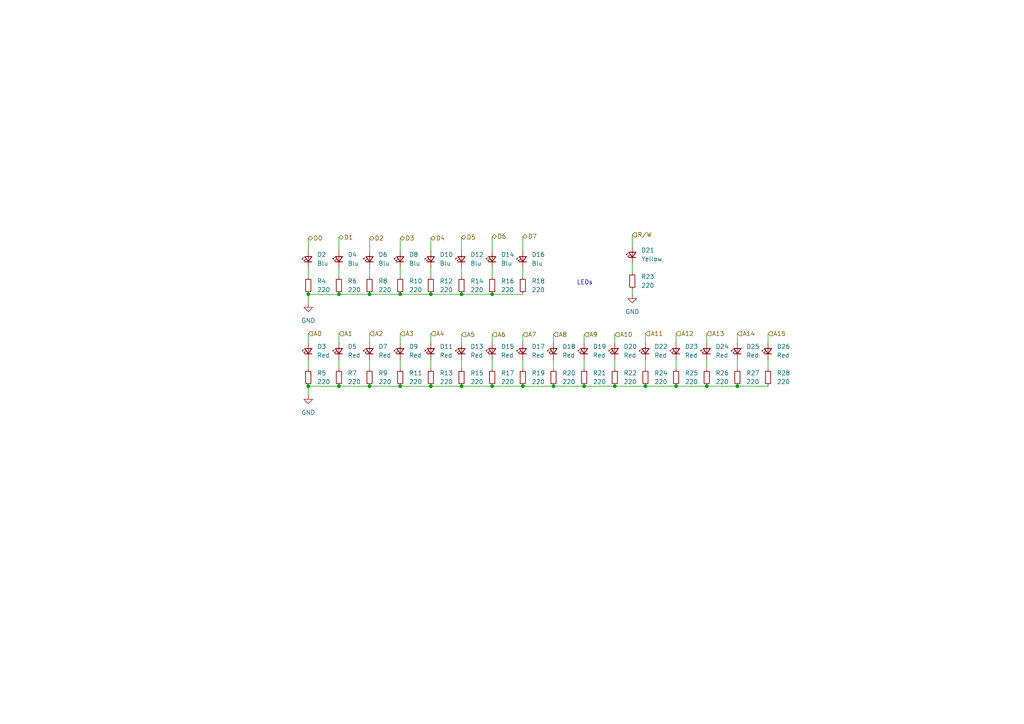
<source format=kicad_sch>
(kicad_sch (version 20211123) (generator eeschema)
  (paper "A4")
  (title_block (date "2023-06-29") (rev "2"))
  (lib_symbols
    (symbol "Device:LED_Small" (pin_numbers hide) (pin_names (offset 0.254) hide)
      (property "Reference" "D" (at -1.27 3.175 0))
      (property "Value" "LED_Small" (at -4.445 -2.54 0))
      (symbol "LED_Small_0_1"
        (polyline (pts (xy -0.762 -1.016) (xy -0.762 1.016)) (stroke (width 0.254)))
        (polyline (pts (xy 1.016 0) (xy -0.762 0)))
        (polyline (pts (xy 0.762 -1.016) (xy -0.762 0) (xy 0.762 1.016) (xy 0.762 -1.016)) (stroke (width 0.254)))
        (polyline (pts (xy 0 0.762) (xy -0.508 1.27) (xy -0.254 1.27) (xy -0.508 1.27) (xy -0.508 1.016)))
        (polyline (pts (xy 0.508 1.27) (xy 0 1.778) (xy 0.254 1.778) (xy 0 1.778) (xy 0 1.524)))
      )
      (symbol "LED_Small_1_1"
        (pin passive line (at -2.54 0 0) (length 1.778) (name "K") (number "1"))
        (pin passive line (at 2.54 0 180) (length 1.778) (name "A") (number "2"))
      )
    )
    (symbol "Device:R_Small" (pin_numbers hide) (pin_names (offset 0.254) hide)
      (property "Reference" "R" (at 0.762 0.508 0))
      (property "Value" "R_Small" (at 0.762 -1.016 0))
      (symbol "R_Small_0_1"
        (rectangle (start -0.762 1.778) (end 0.762 -1.778) (stroke (width 0.2032)))
      )
      (symbol "R_Small_1_1"
        (pin passive line (at 0 2.54 270) (length 0.762) (name "~") (number "1"))
        (pin passive line (at 0 -2.54 90) (length 0.762) (name "~") (number "2"))
      )
    )
    (symbol "power:GND" (power) (pin_names (offset 0))
      (property "Value" "GND" (at 0 -3.81 0))
      (symbol "GND_0_1"
        (polyline (pts (xy 0 0) (xy 0 -1.27) (xy 1.27 -1.27) (xy 0 -2.54) (xy -1.27 -1.27) (xy 0 -1.27)))
      )
      (symbol "GND_1_1"
        (pin power_in line (at 0 0 270) (length 0) hide (name "GND") (number "1"))
      )
    )
  )
  (junction (at 204.978 112.014))
  (junction (at 107.188 112.014))
  (junction (at 142.748 85.344))
  (junction (at 133.858 112.014))
  (junction (at 133.858 85.344))
  (junction (at 196.088 112.014))
  (junction (at 98.298 112.014))
  (junction (at 178.308 112.014))
  (junction (at 89.408 112.014))
  (junction (at 160.528 112.014))
  (junction (at 107.188 85.344))
  (junction (at 187.198 112.014))
  (junction (at 213.868 112.014))
  (junction (at 116.078 112.014))
  (junction (at 98.298 85.344))
  (junction (at 142.748 112.014))
  (junction (at 116.078 85.344))
  (junction (at 169.418 112.014))
  (junction (at 124.968 112.014))
  (junction (at 89.408 85.344))
  (junction (at 124.968 85.344))
  (junction (at 151.638 112.014))
  (wire (pts (xy 178.308 104.394) (xy 178.308 106.934)))
  (wire (pts (xy 107.188 85.344) (xy 98.298 85.344)))
  (wire (pts (xy 196.088 112.014) (xy 187.198 112.014)))
  (wire (pts (xy 124.968 77.724) (xy 124.968 80.264)))
  (wire (pts (xy 222.758 104.394) (xy 222.758 106.934)))
  (wire (pts (xy 183.388 76.454) (xy 183.388 78.994)))
  (wire (pts (xy 142.748 77.724) (xy 142.748 80.264)))
  (wire (pts (xy 187.198 112.014) (xy 178.308 112.014)))
  (wire (pts (xy 151.638 112.014) (xy 142.748 112.014)))
  (wire (pts (xy 160.528 112.014) (xy 151.638 112.014)))
  (wire (pts (xy 124.968 96.774) (xy 124.968 99.314)))
  (wire (pts (xy 116.078 96.774) (xy 116.078 99.314)))
  (wire (pts (xy 142.748 68.58) (xy 142.748 72.644)))
  (wire (pts (xy 89.408 104.394) (xy 89.408 106.934)))
  (wire (pts (xy 116.078 69.088) (xy 116.078 72.644)))
  (wire (pts (xy 107.188 69.088) (xy 107.188 72.644)))
  (wire (pts (xy 204.978 96.774) (xy 204.978 99.314)))
  (wire (pts (xy 222.758 96.774) (xy 222.758 99.314)))
  (wire (pts (xy 124.968 69.088) (xy 124.968 72.644)))
  (wire (pts (xy 116.078 85.344) (xy 107.188 85.344)))
  (wire (pts (xy 116.078 77.724) (xy 116.078 80.264)))
  (wire (pts (xy 124.968 104.394) (xy 124.968 106.934)))
  (wire (pts (xy 133.858 68.834) (xy 133.858 72.644)))
  (wire (pts (xy 178.308 97.028) (xy 178.308 99.314)))
  (wire (pts (xy 107.188 104.394) (xy 107.188 106.934)))
  (wire (pts (xy 160.528 104.394) (xy 160.528 106.934)))
  (wire (pts (xy 133.858 77.724) (xy 133.858 80.264)))
  (wire (pts (xy 187.198 96.774) (xy 187.198 99.314)))
  (wire (pts (xy 196.088 104.394) (xy 196.088 106.934)))
  (wire (pts (xy 124.968 85.344) (xy 116.078 85.344)))
  (wire (pts (xy 89.408 69.088) (xy 89.408 72.644)))
  (wire (pts (xy 187.198 104.394) (xy 187.198 106.934)))
  (wire (pts (xy 107.188 77.724) (xy 107.188 80.264)))
  (wire (pts (xy 142.748 97.028) (xy 142.748 99.314)))
  (wire (pts (xy 213.868 112.014) (xy 204.978 112.014)))
  (wire (pts (xy 183.388 84.074) (xy 183.388 85.344)))
  (wire (pts (xy 213.868 104.394) (xy 213.868 106.934)))
  (wire (pts (xy 178.308 112.014) (xy 169.418 112.014)))
  (wire (pts (xy 169.418 104.394) (xy 169.418 106.934)))
  (wire (pts (xy 116.078 104.394) (xy 116.078 106.934)))
  (wire (pts (xy 98.298 68.834) (xy 98.298 72.644)))
  (wire (pts (xy 196.088 96.774) (xy 196.088 99.314)))
  (wire (pts (xy 107.188 96.774) (xy 107.188 99.314)))
  (wire (pts (xy 133.858 104.394) (xy 133.858 106.934)))
  (wire (pts (xy 142.748 112.014) (xy 133.858 112.014)))
  (wire (pts (xy 89.408 96.774) (xy 89.408 99.314)))
  (wire (pts (xy 151.638 104.394) (xy 151.638 106.934)))
  (wire (pts (xy 98.298 104.394) (xy 98.298 106.934)))
  (wire (pts (xy 151.638 85.344) (xy 142.748 85.344)))
  (wire (pts (xy 142.748 85.344) (xy 133.858 85.344)))
  (wire (pts (xy 222.758 112.014) (xy 213.868 112.014)))
  (wire (pts (xy 98.298 85.344) (xy 89.408 85.344)))
  (wire (pts (xy 204.978 104.394) (xy 204.978 106.934)))
  (wire (pts (xy 98.298 77.724) (xy 98.298 80.264)))
  (wire (pts (xy 213.868 96.774) (xy 213.868 99.314)))
  (wire (pts (xy 204.978 112.014) (xy 196.088 112.014)))
  (wire (pts (xy 151.638 68.58) (xy 151.638 72.644)))
  (wire (pts (xy 160.528 97.028) (xy 160.528 99.314)))
  (wire (pts (xy 142.748 104.394) (xy 142.748 106.934)))
  (wire (pts (xy 133.858 85.344) (xy 124.968 85.344)))
  (wire (pts (xy 169.418 112.014) (xy 160.528 112.014)))
  (wire (pts (xy 151.638 77.724) (xy 151.638 80.264)))
  (wire (pts (xy 183.388 68.072) (xy 183.388 71.374)))
  (wire (pts (xy 151.638 97.028) (xy 151.638 99.314)))
  (wire (pts (xy 98.298 112.014) (xy 89.408 112.014)))
  (wire (pts (xy 133.858 112.014) (xy 124.968 112.014)))
  (wire (pts (xy 89.408 112.014) (xy 89.408 114.554)))
  (wire (pts (xy 98.298 96.774) (xy 98.298 99.314)))
  (wire (pts (xy 133.858 97.028) (xy 133.858 99.314)))
  (wire (pts (xy 116.078 112.014) (xy 107.188 112.014)))
  (wire (pts (xy 124.968 112.014) (xy 116.078 112.014)))
  (wire (pts (xy 107.188 112.014) (xy 98.298 112.014)))
  (wire (pts (xy 89.408 85.344) (xy 89.408 87.884)))
  (wire (pts (xy 89.408 77.724) (xy 89.408 80.264)))
  (wire (pts (xy 169.418 97.028) (xy 169.418 99.314)))
  (text "LEDs" (at 171.958 82.804 180) (effects (font (size 1.27 1.27)) (justify right bottom)))
  (hierarchical_label "A3" (shape input) (at 116.078 96.774 0))
  (hierarchical_label "A9" (shape input) (at 169.418 97.028 0))
  (hierarchical_label "A2" (shape input) (at 107.188 96.774 0))
  (hierarchical_label "D2" (shape bidirectional) (at 107.188 69.088 0))
  (hierarchical_label "A10" (shape input) (at 178.308 97.028 0))
  (hierarchical_label "A13" (shape input) (at 204.978 96.774 0))
  (hierarchical_label "A7" (shape input) (at 151.638 97.028 0))
  (hierarchical_label "D4" (shape bidirectional) (at 124.968 69.088 0))
  (hierarchical_label "R{slash}W" (shape input) (at 183.388 68.072 0))
  (hierarchical_label "A1" (shape input) (at 98.298 96.774 0))
  (hierarchical_label "D1" (shape bidirectional) (at 98.298 68.834 0))
  (hierarchical_label "D6" (shape bidirectional) (at 142.748 68.58 0))
  (hierarchical_label "D5" (shape bidirectional) (at 133.858 68.834 0))
  (hierarchical_label "A0" (shape input) (at 89.408 96.774 0))
  (hierarchical_label "A15" (shape input) (at 222.758 96.774 0))
  (hierarchical_label "A4" (shape input) (at 124.968 96.774 0))
  (hierarchical_label "D7" (shape bidirectional) (at 151.638 68.58 0))
  (hierarchical_label "A14" (shape input) (at 213.868 96.774 0))
  (hierarchical_label "A8" (shape input) (at 160.528 97.028 0))
  (hierarchical_label "A5" (shape input) (at 133.858 97.028 0))
  (hierarchical_label "D0" (shape bidirectional) (at 89.408 69.088 0))
  (hierarchical_label "A12" (shape input) (at 196.088 96.774 0))
  (hierarchical_label "D3" (shape bidirectional) (at 116.078 69.088 0))
  (hierarchical_label "A6" (shape input) (at 142.748 97.028 0))
  (hierarchical_label "A11" (shape input) (at 187.198 96.774 0))
  (symbol (lib_id "Device:R_Small") (at 89.408 109.474 0) (unit 1)
    (property "Reference" "R5" (at 91.948 108.2039 0) (effects (justify left)))
    (property "Value" "220" (at 91.948 110.7439 0) (effects (justify left)))
    (property "Footprint" "Resistor_SMD:R_0805_2012Metric" (effects hide))
  )
  (symbol (lib_id "Device:R_Small") (at 89.408 82.804 0) (unit 1)
    (property "Reference" "R4" (at 91.948 81.5339 0) (effects (justify left)))
    (property "Value" "220" (at 91.948 84.0739 0) (effects (justify left)))
    (property "Footprint" "Resistor_SMD:R_0805_2012Metric" (effects hide))
  )
  (symbol (lib_id "Device:R_Small") (at 98.298 82.804 0) (unit 1)
    (property "Reference" "R6" (at 100.838 81.5339 0) (effects (justify left)))
    (property "Value" "220" (at 100.838 84.0739 0) (effects (justify left)))
    (property "Footprint" "Resistor_SMD:R_0805_2012Metric" (effects hide))
  )
  (symbol (lib_id "Device:R_Small") (at 98.298 109.474 0) (unit 1)
    (property "Reference" "R7" (at 100.838 108.2039 0) (effects (justify left)))
    (property "Value" "220" (at 100.838 110.7439 0) (effects (justify left)))
    (property "Footprint" "Resistor_SMD:R_0805_2012Metric" (effects hide))
  )
  (symbol (lib_id "Device:LED_Small") (at 116.078 101.854 90) (unit 1)
    (property "Reference" "D9" (at 118.618 100.5204 90) (effects (justify right)))
    (property "Value" "Red" (at 118.618 103.0604 90) (effects (justify right)))
    (property "Footprint" "Resistor_SMD:R_0805_2012Metric" (effects hide))
  )
  (symbol (lib_id "Device:R_Small") (at 178.308 109.474 0) (unit 1)
    (property "Reference" "R22" (at 180.848 108.2039 0) (effects (justify left)))
    (property "Value" "220" (at 180.848 110.7439 0) (effects (justify left)))
    (property "Footprint" "Resistor_SMD:R_0805_2012Metric" (effects hide))
  )
  (symbol (lib_id "power:GND") (at 183.388 85.344 0) (unit 1)
    (property "Reference" "#PWR024" (effects hide))
    (property "Value" "GND" (at 183.388 90.424 0))
  )
  (symbol (lib_id "Device:LED_Small") (at 169.418 101.854 90) (unit 1)
    (property "Reference" "D19" (at 171.958 100.5204 90) (effects (justify right)))
    (property "Value" "Red" (at 171.958 103.0604 90) (effects (justify right)))
    (property "Footprint" "Resistor_SMD:R_0805_2012Metric" (effects hide))
  )
  (symbol (lib_id "Device:R_Small") (at 187.198 109.474 0) (unit 1)
    (property "Reference" "R24" (at 189.738 108.2039 0) (effects (justify left)))
    (property "Value" "220" (at 189.738 110.7439 0) (effects (justify left)))
    (property "Footprint" "Resistor_SMD:R_0805_2012Metric" (effects hide))
  )
  (symbol (lib_id "Device:R_Small") (at 107.188 109.474 0) (unit 1)
    (property "Reference" "R9" (at 109.728 108.2039 0) (effects (justify left)))
    (property "Value" "220" (at 109.728 110.7439 0) (effects (justify left)))
    (property "Footprint" "Resistor_SMD:R_0805_2012Metric" (effects hide))
  )
  (symbol (lib_id "power:GND") (at 89.408 87.884 0) (unit 1)
    (property "Reference" "#PWR022" (effects hide))
    (property "Value" "GND" (at 89.408 92.964 0))
  )
  (symbol (lib_id "Device:R_Small") (at 116.078 82.804 0) (unit 1)
    (property "Reference" "R10" (at 118.618 81.5339 0) (effects (justify left)))
    (property "Value" "220" (at 118.618 84.0739 0) (effects (justify left)))
    (property "Footprint" "Resistor_SMD:R_0805_2012Metric" (effects hide))
  )
  (symbol (lib_id "Device:LED_Small") (at 222.758 101.854 90) (unit 1)
    (property "Reference" "D26" (at 225.298 100.5204 90) (effects (justify right)))
    (property "Value" "Red" (at 225.298 103.0604 90) (effects (justify right)))
    (property "Footprint" "Resistor_SMD:R_0805_2012Metric" (effects hide))
  )
  (symbol (lib_id "Device:LED_Small") (at 178.308 101.854 90) (unit 1)
    (property "Reference" "D20" (at 180.848 100.5204 90) (effects (justify right)))
    (property "Value" "Red" (at 180.848 103.0604 90) (effects (justify right)))
    (property "Footprint" "Resistor_SMD:R_0805_2012Metric" (effects hide))
  )
  (symbol (lib_id "Device:LED_Small") (at 151.638 101.854 90) (unit 1)
    (property "Reference" "D17" (at 154.178 100.5204 90) (effects (justify right)))
    (property "Value" "Red" (at 154.178 103.0604 90) (effects (justify right)))
    (property "Footprint" "Resistor_SMD:R_0805_2012Metric" (effects hide))
  )
  (symbol (lib_id "Device:R_Small") (at 183.388 81.534 0) (unit 1)
    (property "Reference" "R23" (at 185.928 80.2639 0) (effects (justify left)))
    (property "Value" "220" (at 185.928 82.8039 0) (effects (justify left)))
    (property "Footprint" "Resistor_SMD:R_0805_2012Metric" (effects hide))
  )
  (symbol (lib_id "Device:LED_Small") (at 160.528 101.854 90) (unit 1)
    (property "Reference" "D18" (at 163.068 100.5204 90) (effects (justify right)))
    (property "Value" "Red" (at 163.068 103.0604 90) (effects (justify right)))
    (property "Footprint" "Resistor_SMD:R_0805_2012Metric" (effects hide))
  )
  (symbol (lib_id "Device:R_Small") (at 160.528 109.474 0) (unit 1)
    (property "Reference" "R20" (at 163.068 108.2039 0) (effects (justify left)))
    (property "Value" "220" (at 163.068 110.7439 0) (effects (justify left)))
    (property "Footprint" "Resistor_SMD:R_0805_2012Metric" (effects hide))
  )
  (symbol (lib_id "Device:LED_Small") (at 107.188 75.184 90) (unit 1)
    (property "Reference" "D6" (at 109.728 73.8504 90) (effects (justify right)))
    (property "Value" "Blu" (at 109.728 76.3904 90) (effects (justify right)))
    (property "Footprint" "Resistor_SMD:R_0805_2012Metric" (effects hide))
  )
  (symbol (lib_id "Device:R_Small") (at 196.088 109.474 0) (unit 1)
    (property "Reference" "R25" (at 198.628 108.2039 0) (effects (justify left)))
    (property "Value" "220" (at 198.628 110.7439 0) (effects (justify left)))
    (property "Footprint" "Resistor_SMD:R_0805_2012Metric" (effects hide))
  )
  (symbol (lib_id "Device:R_Small") (at 151.638 82.804 0) (unit 1)
    (property "Reference" "R18" (at 154.178 81.5339 0) (effects (justify left)))
    (property "Value" "220" (at 154.178 84.0739 0) (effects (justify left)))
    (property "Footprint" "Resistor_SMD:R_0805_2012Metric" (effects hide))
  )
  (symbol (lib_id "Device:R_Small") (at 133.858 109.474 0) (unit 1)
    (property "Reference" "R15" (at 136.398 108.2039 0) (effects (justify left)))
    (property "Value" "220" (at 136.398 110.7439 0) (effects (justify left)))
    (property "Footprint" "Resistor_SMD:R_0805_2012Metric" (effects hide))
  )
  (symbol (lib_id "power:GND") (at 89.408 114.554 0) (unit 1)
    (property "Reference" "#PWR023" (effects hide))
    (property "Value" "GND" (at 89.408 119.634 0))
  )
  (symbol (lib_id "Device:R_Small") (at 169.418 109.474 0) (unit 1)
    (property "Reference" "R21" (at 171.958 108.2039 0) (effects (justify left)))
    (property "Value" "220" (at 171.958 110.7439 0) (effects (justify left)))
    (property "Footprint" "Resistor_SMD:R_0805_2012Metric" (effects hide))
  )
  (symbol (lib_id "Device:LED_Small") (at 196.088 101.854 90) (unit 1)
    (property "Reference" "D23" (at 198.628 100.5204 90) (effects (justify right)))
    (property "Value" "Red" (at 198.628 103.0604 90) (effects (justify right)))
    (property "Footprint" "Resistor_SMD:R_0805_2012Metric" (effects hide))
  )
  (symbol (lib_id "Device:R_Small") (at 204.978 109.474 0) (unit 1)
    (property "Reference" "R26" (at 207.518 108.2039 0) (effects (justify left)))
    (property "Value" "220" (at 207.518 110.7439 0) (effects (justify left)))
    (property "Footprint" "Resistor_SMD:R_0805_2012Metric" (effects hide))
  )
  (symbol (lib_id "Device:R_Small") (at 116.078 109.474 0) (unit 1)
    (property "Reference" "R11" (at 118.618 108.2039 0) (effects (justify left)))
    (property "Value" "220" (at 118.618 110.7439 0) (effects (justify left)))
    (property "Footprint" "Resistor_SMD:R_0805_2012Metric" (effects hide))
  )
  (symbol (lib_id "Device:LED_Small") (at 133.858 101.854 90) (unit 1)
    (property "Reference" "D13" (at 136.398 100.5204 90) (effects (justify right)))
    (property "Value" "Red" (at 136.398 103.0604 90) (effects (justify right)))
    (property "Footprint" "Resistor_SMD:R_0805_2012Metric" (effects hide))
  )
  (symbol (lib_id "Device:LED_Small") (at 107.188 101.854 90) (unit 1)
    (property "Reference" "D7" (at 109.728 100.5204 90) (effects (justify right)))
    (property "Value" "Red" (at 109.728 103.0604 90) (effects (justify right)))
    (property "Footprint" "Resistor_SMD:R_0805_2012Metric" (effects hide))
  )
  (symbol (lib_id "Device:LED_Small") (at 133.858 75.184 90) (unit 1)
    (property "Reference" "D12" (at 136.398 73.8504 90) (effects (justify right)))
    (property "Value" "Blu" (at 136.398 76.3904 90) (effects (justify right)))
    (property "Footprint" "Resistor_SMD:R_0805_2012Metric" (effects hide))
  )
  (symbol (lib_id "Device:R_Small") (at 222.758 109.474 0) (unit 1)
    (property "Reference" "R28" (at 225.298 108.2039 0) (effects (justify left)))
    (property "Value" "220" (at 225.298 110.7439 0) (effects (justify left)))
    (property "Footprint" "Resistor_SMD:R_0805_2012Metric" (effects hide))
  )
  (symbol (lib_id "Device:R_Small") (at 151.638 109.474 0) (unit 1)
    (property "Reference" "R19" (at 154.178 108.2039 0) (effects (justify left)))
    (property "Value" "220" (at 154.178 110.7439 0) (effects (justify left)))
    (property "Footprint" "Resistor_SMD:R_0805_2012Metric" (effects hide))
  )
  (symbol (lib_id "Device:LED_Small") (at 89.408 75.184 90) (unit 1)
    (property "Reference" "D2" (at 91.948 73.8504 90) (effects (justify right)))
    (property "Value" "Blu" (at 91.948 76.3904 90) (effects (justify right)))
    (property "Footprint" "Resistor_SMD:R_0805_2012Metric" (effects hide))
  )
  (symbol (lib_id "Device:LED_Small") (at 124.968 101.854 90) (unit 1)
    (property "Reference" "D11" (at 127.508 100.5204 90) (effects (justify right)))
    (property "Value" "Red" (at 127.508 103.0604 90) (effects (justify right)))
    (property "Footprint" "Resistor_SMD:R_0805_2012Metric" (effects hide))
  )
  (symbol (lib_id "Device:R_Small") (at 124.968 109.474 0) (unit 1)
    (property "Reference" "R13" (at 127.508 108.2039 0) (effects (justify left)))
    (property "Value" "220" (at 127.508 110.7439 0) (effects (justify left)))
    (property "Footprint" "Resistor_SMD:R_0805_2012Metric" (effects hide))
  )
  (symbol (lib_id "Device:R_Small") (at 142.748 109.474 0) (unit 1)
    (property "Reference" "R17" (at 145.288 108.2039 0) (effects (justify left)))
    (property "Value" "220" (at 145.288 110.7439 0) (effects (justify left)))
    (property "Footprint" "Resistor_SMD:R_0805_2012Metric" (effects hide))
  )
  (symbol (lib_id "Device:R_Small") (at 213.868 109.474 0) (unit 1)
    (property "Reference" "R27" (at 216.408 108.2039 0) (effects (justify left)))
    (property "Value" "220" (at 216.408 110.7439 0) (effects (justify left)))
    (property "Footprint" "Resistor_SMD:R_0805_2012Metric" (effects hide))
  )
  (symbol (lib_id "Device:LED_Small") (at 142.748 75.184 90) (unit 1)
    (property "Reference" "D14" (at 145.288 73.8504 90) (effects (justify right)))
    (property "Value" "Blu" (at 145.288 76.3904 90) (effects (justify right)))
    (property "Footprint" "Resistor_SMD:R_0805_2012Metric" (effects hide))
  )
  (symbol (lib_id "Device:R_Small") (at 142.748 82.804 0) (unit 1)
    (property "Reference" "R16" (at 145.288 81.5339 0) (effects (justify left)))
    (property "Value" "220" (at 145.288 84.0739 0) (effects (justify left)))
    (property "Footprint" "Resistor_SMD:R_0805_2012Metric" (effects hide))
  )
  (symbol (lib_id "Device:LED_Small") (at 98.298 75.184 90) (unit 1)
    (property "Reference" "D4" (at 100.838 73.8504 90) (effects (justify right)))
    (property "Value" "Blu" (at 100.838 76.3904 90) (effects (justify right)))
    (property "Footprint" "Resistor_SMD:R_0805_2012Metric" (effects hide))
  )
  (symbol (lib_id "Device:LED_Small") (at 98.298 101.854 90) (unit 1)
    (property "Reference" "D5" (at 100.838 100.5204 90) (effects (justify right)))
    (property "Value" "Red" (at 100.838 103.0604 90) (effects (justify right)))
    (property "Footprint" "Resistor_SMD:R_0805_2012Metric" (effects hide))
  )
  (symbol (lib_id "Device:LED_Small") (at 116.078 75.184 90) (unit 1)
    (property "Reference" "D8" (at 118.618 73.8504 90) (effects (justify right)))
    (property "Value" "Blu" (at 118.618 76.3904 90) (effects (justify right)))
    (property "Footprint" "Resistor_SMD:R_0805_2012Metric" (effects hide))
  )
  (symbol (lib_id "Device:LED_Small") (at 151.638 75.184 90) (unit 1)
    (property "Reference" "D16" (at 154.178 73.8504 90) (effects (justify right)))
    (property "Value" "Blu" (at 154.178 76.3904 90) (effects (justify right)))
    (property "Footprint" "Resistor_SMD:R_0805_2012Metric" (effects hide))
  )
  (symbol (lib_id "Device:LED_Small") (at 213.868 101.854 90) (unit 1)
    (property "Reference" "D25" (at 216.408 100.5204 90) (effects (justify right)))
    (property "Value" "Red" (at 216.408 103.0604 90) (effects (justify right)))
    (property "Footprint" "Resistor_SMD:R_0805_2012Metric" (effects hide))
  )
  (symbol (lib_id "Device:LED_Small") (at 187.198 101.854 90) (unit 1)
    (property "Reference" "D22" (at 189.738 100.5204 90) (effects (justify right)))
    (property "Value" "Red" (at 189.738 103.0604 90) (effects (justify right)))
    (property "Footprint" "Resistor_SMD:R_0805_2012Metric" (effects hide))
  )
  (symbol (lib_id "Device:R_Small") (at 124.968 82.804 0) (unit 1)
    (property "Reference" "R12" (at 127.508 81.5339 0) (effects (justify left)))
    (property "Value" "220" (at 127.508 84.0739 0) (effects (justify left)))
    (property "Footprint" "Resistor_SMD:R_0805_2012Metric" (effects hide))
  )
  (symbol (lib_id "Device:LED_Small") (at 142.748 101.854 90) (unit 1)
    (property "Reference" "D15" (at 145.288 100.5204 90) (effects (justify right)))
    (property "Value" "Red" (at 145.288 103.0604 90) (effects (justify right)))
    (property "Footprint" "Resistor_SMD:R_0805_2012Metric" (effects hide))
  )
  (symbol (lib_id "Device:R_Small") (at 133.858 82.804 0) (unit 1)
    (property "Reference" "R14" (at 136.398 81.5339 0) (effects (justify left)))
    (property "Value" "220" (at 136.398 84.0739 0) (effects (justify left)))
    (property "Footprint" "Resistor_SMD:R_0805_2012Metric" (effects hide))
  )
  (symbol (lib_id "Device:LED_Small") (at 89.408 101.854 90) (unit 1)
    (property "Reference" "D3" (at 91.948 100.5204 90) (effects (justify right)))
    (property "Value" "Red" (at 91.948 103.0604 90) (effects (justify right)))
    (property "Footprint" "Resistor_SMD:R_0805_2012Metric" (effects hide))
  )
  (symbol (lib_id "Device:R_Small") (at 107.188 82.804 0) (unit 1)
    (property "Reference" "R8" (at 109.728 81.5339 0) (effects (justify left)))
    (property "Value" "220" (at 109.728 84.0739 0) (effects (justify left)))
    (property "Footprint" "Resistor_SMD:R_0805_2012Metric" (effects hide))
  )
  (symbol (lib_id "Device:LED_Small") (at 124.968 75.184 90) (unit 1)
    (property "Reference" "D10" (at 127.508 73.8504 90) (effects (justify right)))
    (property "Value" "Blu" (at 127.508 76.3904 90) (effects (justify right)))
    (property "Footprint" "Resistor_SMD:R_0805_2012Metric" (effects hide))
  )
  (symbol (lib_id "Device:LED_Small") (at 183.388 73.914 90) (unit 1)
    (property "Reference" "D21" (at 185.928 72.5804 90) (effects (justify right)))
    (property "Value" "Yellow" (at 185.928 75.1204 90) (effects (justify right)))
    (property "Footprint" "Resistor_SMD:R_0805_2012Metric" (effects hide))
  )
  (symbol (lib_id "Device:LED_Small") (at 204.978 101.854 90) (unit 1)
    (property "Reference" "D24" (at 207.518 100.5204 90) (effects (justify right)))
    (property "Value" "Red" (at 207.518 103.0604 90) (effects (justify right)))
    (property "Footprint" "Resistor_SMD:R_0805_2012Metric" (effects hide))
  )
)
</source>
